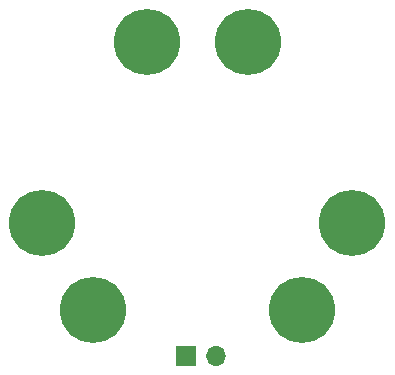
<source format=gts>
%TF.GenerationSoftware,KiCad,Pcbnew,6.0.9-8da3e8f707~117~ubuntu22.04.1*%
%TF.CreationDate,2022-12-16T00:29:24-08:00*%
%TF.ProjectId,xyz_touch_probe,78797a5f-746f-4756-9368-5f70726f6265,rev?*%
%TF.SameCoordinates,Original*%
%TF.FileFunction,Soldermask,Top*%
%TF.FilePolarity,Negative*%
%FSLAX46Y46*%
G04 Gerber Fmt 4.6, Leading zero omitted, Abs format (unit mm)*
G04 Created by KiCad (PCBNEW 6.0.9-8da3e8f707~117~ubuntu22.04.1) date 2022-12-16 00:29:24*
%MOMM*%
%LPD*%
G01*
G04 APERTURE LIST*
%ADD10C,5.600000*%
%ADD11R,1.700000X1.700000*%
%ADD12O,1.700000X1.700000*%
G04 APERTURE END LIST*
D10*
%TO.C,H6*%
X156377202Y-133109652D03*
%TD*%
%TO.C,H5*%
X160619843Y-125761182D03*
%TD*%
%TO.C,H4*%
X151742641Y-110385417D03*
%TD*%
%TO.C,H3*%
X143257359Y-110385417D03*
%TD*%
%TO.C,H2*%
X134380157Y-125761182D03*
%TD*%
%TO.C,H1*%
X138622798Y-133109652D03*
%TD*%
D11*
%TO.C,J1*%
X146500000Y-137000000D03*
D12*
X149040000Y-137000000D03*
%TD*%
M02*

</source>
